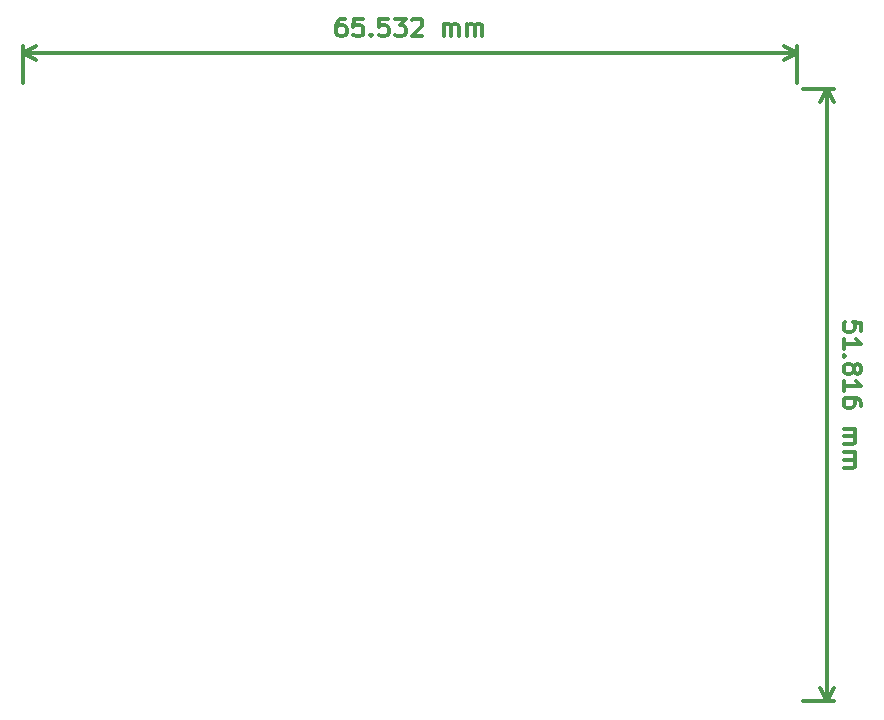
<source format=gbr>
G04 #@! TF.GenerationSoftware,KiCad,Pcbnew,5.0.0+dfsg1-1*
G04 #@! TF.CreationDate,2018-09-23T15:10:03+08:00*
G04 #@! TF.ProjectId,IOT,494F542E6B696361645F706362000000,rev?*
G04 #@! TF.SameCoordinates,Original*
G04 #@! TF.FileFunction,Drawing*
%FSLAX46Y46*%
G04 Gerber Fmt 4.6, Leading zero omitted, Abs format (unit mm)*
G04 Created by KiCad (PCBNEW 5.0.0+dfsg1-1) date Sun Sep 23 15:10:03 2018*
%MOMM*%
%LPD*%
G01*
G04 APERTURE LIST*
%ADD10C,0.300000*%
G04 APERTURE END LIST*
D10*
X92583428Y-57055428D02*
X92583428Y-56341142D01*
X91869142Y-56269714D01*
X91940571Y-56341142D01*
X92012000Y-56484000D01*
X92012000Y-56841142D01*
X91940571Y-56984000D01*
X91869142Y-57055428D01*
X91726285Y-57126857D01*
X91369142Y-57126857D01*
X91226285Y-57055428D01*
X91154857Y-56984000D01*
X91083428Y-56841142D01*
X91083428Y-56484000D01*
X91154857Y-56341142D01*
X91226285Y-56269714D01*
X91083428Y-58555428D02*
X91083428Y-57698285D01*
X91083428Y-58126857D02*
X92583428Y-58126857D01*
X92369142Y-57984000D01*
X92226285Y-57841142D01*
X92154857Y-57698285D01*
X91226285Y-59198285D02*
X91154857Y-59269714D01*
X91083428Y-59198285D01*
X91154857Y-59126857D01*
X91226285Y-59198285D01*
X91083428Y-59198285D01*
X91940571Y-60126857D02*
X92012000Y-59984000D01*
X92083428Y-59912571D01*
X92226285Y-59841142D01*
X92297714Y-59841142D01*
X92440571Y-59912571D01*
X92512000Y-59984000D01*
X92583428Y-60126857D01*
X92583428Y-60412571D01*
X92512000Y-60555428D01*
X92440571Y-60626857D01*
X92297714Y-60698285D01*
X92226285Y-60698285D01*
X92083428Y-60626857D01*
X92012000Y-60555428D01*
X91940571Y-60412571D01*
X91940571Y-60126857D01*
X91869142Y-59984000D01*
X91797714Y-59912571D01*
X91654857Y-59841142D01*
X91369142Y-59841142D01*
X91226285Y-59912571D01*
X91154857Y-59984000D01*
X91083428Y-60126857D01*
X91083428Y-60412571D01*
X91154857Y-60555428D01*
X91226285Y-60626857D01*
X91369142Y-60698285D01*
X91654857Y-60698285D01*
X91797714Y-60626857D01*
X91869142Y-60555428D01*
X91940571Y-60412571D01*
X91083428Y-62126857D02*
X91083428Y-61269714D01*
X91083428Y-61698285D02*
X92583428Y-61698285D01*
X92369142Y-61555428D01*
X92226285Y-61412571D01*
X92154857Y-61269714D01*
X92583428Y-63412571D02*
X92583428Y-63126857D01*
X92512000Y-62984000D01*
X92440571Y-62912571D01*
X92226285Y-62769714D01*
X91940571Y-62698285D01*
X91369142Y-62698285D01*
X91226285Y-62769714D01*
X91154857Y-62841142D01*
X91083428Y-62984000D01*
X91083428Y-63269714D01*
X91154857Y-63412571D01*
X91226285Y-63484000D01*
X91369142Y-63555428D01*
X91726285Y-63555428D01*
X91869142Y-63484000D01*
X91940571Y-63412571D01*
X92012000Y-63269714D01*
X92012000Y-62984000D01*
X91940571Y-62841142D01*
X91869142Y-62769714D01*
X91726285Y-62698285D01*
X91083428Y-65341142D02*
X92083428Y-65341142D01*
X91940571Y-65341142D02*
X92012000Y-65412571D01*
X92083428Y-65555428D01*
X92083428Y-65769714D01*
X92012000Y-65912571D01*
X91869142Y-65984000D01*
X91083428Y-65984000D01*
X91869142Y-65984000D02*
X92012000Y-66055428D01*
X92083428Y-66198285D01*
X92083428Y-66412571D01*
X92012000Y-66555428D01*
X91869142Y-66626857D01*
X91083428Y-66626857D01*
X91083428Y-67341142D02*
X92083428Y-67341142D01*
X91940571Y-67341142D02*
X92012000Y-67412571D01*
X92083428Y-67555428D01*
X92083428Y-67769714D01*
X92012000Y-67912571D01*
X91869142Y-67984000D01*
X91083428Y-67984000D01*
X91869142Y-67984000D02*
X92012000Y-68055428D01*
X92083428Y-68198285D01*
X92083428Y-68412571D01*
X92012000Y-68555428D01*
X91869142Y-68626857D01*
X91083428Y-68626857D01*
X89662000Y-36576000D02*
X89662000Y-88392000D01*
X87630000Y-36576000D02*
X90248421Y-36576000D01*
X87630000Y-88392000D02*
X90248421Y-88392000D01*
X89662000Y-88392000D02*
X89075579Y-87265496D01*
X89662000Y-88392000D02*
X90248421Y-87265496D01*
X89662000Y-36576000D02*
X89075579Y-37702504D01*
X89662000Y-36576000D02*
X90248421Y-37702504D01*
X48856000Y-30606571D02*
X48570285Y-30606571D01*
X48427428Y-30678000D01*
X48356000Y-30749428D01*
X48213142Y-30963714D01*
X48141714Y-31249428D01*
X48141714Y-31820857D01*
X48213142Y-31963714D01*
X48284571Y-32035142D01*
X48427428Y-32106571D01*
X48713142Y-32106571D01*
X48856000Y-32035142D01*
X48927428Y-31963714D01*
X48998857Y-31820857D01*
X48998857Y-31463714D01*
X48927428Y-31320857D01*
X48856000Y-31249428D01*
X48713142Y-31178000D01*
X48427428Y-31178000D01*
X48284571Y-31249428D01*
X48213142Y-31320857D01*
X48141714Y-31463714D01*
X50356000Y-30606571D02*
X49641714Y-30606571D01*
X49570285Y-31320857D01*
X49641714Y-31249428D01*
X49784571Y-31178000D01*
X50141714Y-31178000D01*
X50284571Y-31249428D01*
X50356000Y-31320857D01*
X50427428Y-31463714D01*
X50427428Y-31820857D01*
X50356000Y-31963714D01*
X50284571Y-32035142D01*
X50141714Y-32106571D01*
X49784571Y-32106571D01*
X49641714Y-32035142D01*
X49570285Y-31963714D01*
X51070285Y-31963714D02*
X51141714Y-32035142D01*
X51070285Y-32106571D01*
X50998857Y-32035142D01*
X51070285Y-31963714D01*
X51070285Y-32106571D01*
X52498857Y-30606571D02*
X51784571Y-30606571D01*
X51713142Y-31320857D01*
X51784571Y-31249428D01*
X51927428Y-31178000D01*
X52284571Y-31178000D01*
X52427428Y-31249428D01*
X52498857Y-31320857D01*
X52570285Y-31463714D01*
X52570285Y-31820857D01*
X52498857Y-31963714D01*
X52427428Y-32035142D01*
X52284571Y-32106571D01*
X51927428Y-32106571D01*
X51784571Y-32035142D01*
X51713142Y-31963714D01*
X53070285Y-30606571D02*
X53998857Y-30606571D01*
X53498857Y-31178000D01*
X53713142Y-31178000D01*
X53856000Y-31249428D01*
X53927428Y-31320857D01*
X53998857Y-31463714D01*
X53998857Y-31820857D01*
X53927428Y-31963714D01*
X53856000Y-32035142D01*
X53713142Y-32106571D01*
X53284571Y-32106571D01*
X53141714Y-32035142D01*
X53070285Y-31963714D01*
X54570285Y-30749428D02*
X54641714Y-30678000D01*
X54784571Y-30606571D01*
X55141714Y-30606571D01*
X55284571Y-30678000D01*
X55356000Y-30749428D01*
X55427428Y-30892285D01*
X55427428Y-31035142D01*
X55356000Y-31249428D01*
X54498857Y-32106571D01*
X55427428Y-32106571D01*
X57213142Y-32106571D02*
X57213142Y-31106571D01*
X57213142Y-31249428D02*
X57284571Y-31178000D01*
X57427428Y-31106571D01*
X57641714Y-31106571D01*
X57784571Y-31178000D01*
X57856000Y-31320857D01*
X57856000Y-32106571D01*
X57856000Y-31320857D02*
X57927428Y-31178000D01*
X58070285Y-31106571D01*
X58284571Y-31106571D01*
X58427428Y-31178000D01*
X58498857Y-31320857D01*
X58498857Y-32106571D01*
X59213142Y-32106571D02*
X59213142Y-31106571D01*
X59213142Y-31249428D02*
X59284571Y-31178000D01*
X59427428Y-31106571D01*
X59641714Y-31106571D01*
X59784571Y-31178000D01*
X59856000Y-31320857D01*
X59856000Y-32106571D01*
X59856000Y-31320857D02*
X59927428Y-31178000D01*
X60070285Y-31106571D01*
X60284571Y-31106571D01*
X60427428Y-31178000D01*
X60498857Y-31320857D01*
X60498857Y-32106571D01*
X21590000Y-33528000D02*
X87122000Y-33528000D01*
X21590000Y-36068000D02*
X21590000Y-32941579D01*
X87122000Y-36068000D02*
X87122000Y-32941579D01*
X87122000Y-33528000D02*
X85995496Y-34114421D01*
X87122000Y-33528000D02*
X85995496Y-32941579D01*
X21590000Y-33528000D02*
X22716504Y-34114421D01*
X21590000Y-33528000D02*
X22716504Y-32941579D01*
M02*

</source>
